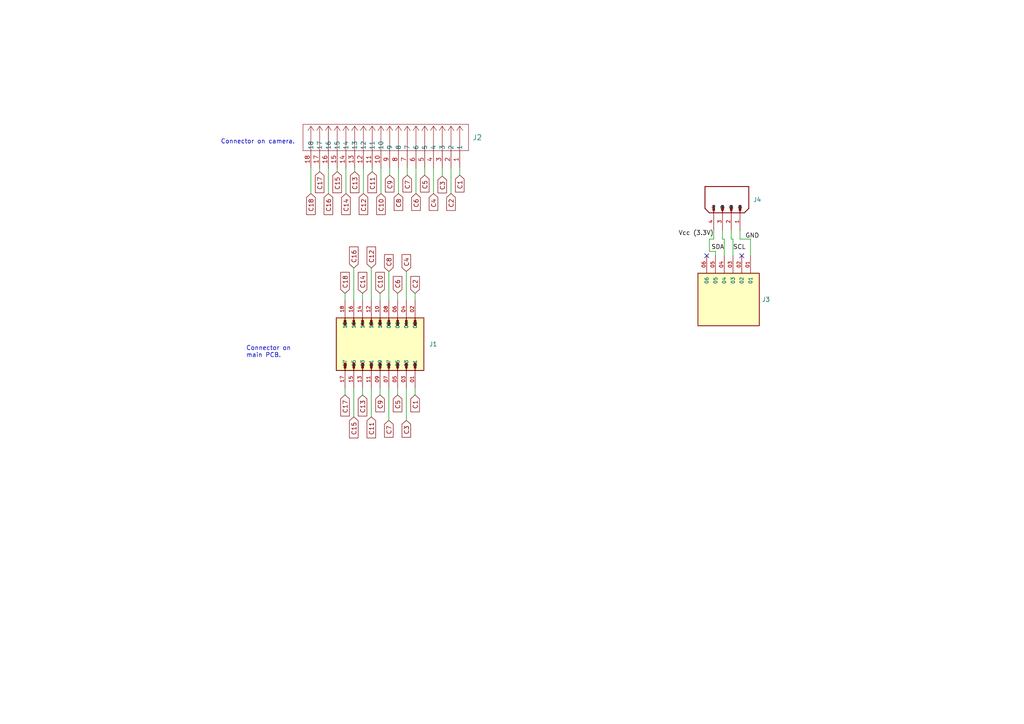
<source format=kicad_sch>
(kicad_sch (version 20211123) (generator eeschema)
  (paper "A4")
  (lib_symbols
    (symbol "myKiCadGlobalSymbolLibrary:10076801-406T18LF" (pin_names (offset 1.016))
      (property "Reference" "J" (at -8.12 12.7 0))
      (property "Value" "10076801-406T18LF" (at -7.62 -15.24 0))
      (symbol "10076801-406T18LF_0_0"
        (rectangle (start -7.62 -12.7) (end 7.62 12.7) (stroke (width 0.254)) (fill (type background)))
        (rectangle (start -6.985 -10.4775) (end -5.3975 -9.8425) (stroke (width 0.1)) (fill (type outline)))
        (rectangle (start -6.985 -7.9375) (end -5.3975 -7.3025) (stroke (width 0.1)) (fill (type outline)))
        (rectangle (start -6.985 -5.3975) (end -5.3975 -4.7625) (stroke (width 0.1)) (fill (type outline)))
        (rectangle (start -6.985 -2.8575) (end -5.3975 -2.2225) (stroke (width 0.1)) (fill (type outline)))
        (rectangle (start -6.985 -0.3175) (end -5.3975 0.3175) (stroke (width 0.1)) (fill (type outline)))
        (rectangle (start -6.985 2.2225) (end -5.3975 2.8575) (stroke (width 0.1)) (fill (type outline)))
        (rectangle (start -6.985 4.7625) (end -5.3975 5.3975) (stroke (width 0.1)) (fill (type outline)))
        (rectangle (start -6.985 7.3025) (end -5.3975 7.9375) (stroke (width 0.1)) (fill (type outline)))
        (rectangle (start -6.985 9.8425) (end -5.3975 10.4775) (stroke (width 0.1)) (fill (type outline)))
        (polyline (pts (xy -7.62 -10.16) (xy -5.715 -10.16)) (stroke (width 0.254)))
        (polyline (pts (xy -7.62 -7.62) (xy -5.715 -7.62)) (stroke (width 0.254)))
        (polyline (pts (xy -7.62 -5.08) (xy -5.715 -5.08)) (stroke (width 0.254)))
        (polyline (pts (xy -7.62 -2.54) (xy -5.715 -2.54)) (stroke (width 0.254)))
        (polyline (pts (xy -7.62 0) (xy -5.715 0)) (stroke (width 0.254)))
        (polyline (pts (xy -7.62 2.54) (xy -5.715 2.54)) (stroke (width 0.254)))
        (polyline (pts (xy -7.62 5.08) (xy -5.715 5.08)) (stroke (width 0.254)))
        (polyline (pts (xy -7.62 7.62) (xy -5.715 7.62)) (stroke (width 0.254)))
        (polyline (pts (xy -7.62 10.16) (xy -5.715 10.16)) (stroke (width 0.254)))
        (polyline (pts (xy 7.62 -10.16) (xy 5.715 -10.16)) (stroke (width 0.254)))
        (polyline (pts (xy 7.62 -7.62) (xy 5.715 -7.62)) (stroke (width 0.254)))
        (polyline (pts (xy 7.62 -5.08) (xy 5.715 -5.08)) (stroke (width 0.254)))
        (polyline (pts (xy 7.62 -2.54) (xy 5.715 -2.54)) (stroke (width 0.254)))
        (polyline (pts (xy 7.62 0) (xy 5.715 0)) (stroke (width 0.254)))
        (polyline (pts (xy 7.62 2.54) (xy 5.715 2.54)) (stroke (width 0.254)))
        (polyline (pts (xy 7.62 5.08) (xy 5.715 5.08)) (stroke (width 0.254)))
        (polyline (pts (xy 7.62 7.62) (xy 5.715 7.62)) (stroke (width 0.254)))
        (polyline (pts (xy 7.62 10.16) (xy 5.715 10.16)) (stroke (width 0.254)))
        (rectangle (start 6.985 -10.4775) (end 5.3975 -9.8425) (stroke (width 0.1)) (fill (type outline)))
        (rectangle (start 6.985 -7.9375) (end 5.3975 -7.3025) (stroke (width 0.1)) (fill (type outline)))
        (rectangle (start 6.985 -5.3975) (end 5.3975 -4.7625) (stroke (width 0.1)) (fill (type outline)))
        (rectangle (start 6.985 -2.8575) (end 5.3975 -2.2225) (stroke (width 0.1)) (fill (type outline)))
        (rectangle (start 6.985 -0.3175) (end 5.3975 0.3175) (stroke (width 0.1)) (fill (type outline)))
        (rectangle (start 6.985 2.2225) (end 5.3975 2.8575) (stroke (width 0.1)) (fill (type outline)))
        (rectangle (start 6.985 4.7625) (end 5.3975 5.3975) (stroke (width 0.1)) (fill (type outline)))
        (rectangle (start 6.985 7.3025) (end 5.3975 7.9375) (stroke (width 0.1)) (fill (type outline)))
        (rectangle (start 6.985 9.8425) (end 5.3975 10.4775) (stroke (width 0.1)) (fill (type outline)))
        (pin passive line (at -12.7 10.16 0) (length 5.08) (name "01") (number "01"))
        (pin passive line (at 12.7 10.16 180) (length 5.08) (name "02") (number "02"))
        (pin passive line (at -12.7 7.62 0) (length 5.08) (name "03") (number "03"))
        (pin passive line (at 12.7 7.62 180) (length 5.08) (name "04") (number "04"))
        (pin passive line (at -12.7 5.08 0) (length 5.08) (name "05") (number "05"))
        (pin passive line (at 12.7 5.08 180) (length 5.08) (name "06") (number "06"))
        (pin passive line (at -12.7 2.54 0) (length 5.08) (name "07") (number "07"))
        (pin passive line (at 12.7 2.54 180) (length 5.08) (name "08") (number "08"))
        (pin passive line (at -12.7 0 0) (length 5.08) (name "09") (number "09"))
        (pin passive line (at 12.7 0 180) (length 5.08) (name "10") (number "10"))
        (pin passive line (at -12.7 -2.54 0) (length 5.08) (name "11") (number "11"))
        (pin passive line (at 12.7 -2.54 180) (length 5.08) (name "12") (number "12"))
        (pin passive line (at -12.7 -5.08 0) (length 5.08) (name "13") (number "13"))
        (pin passive line (at 12.7 -5.08 180) (length 5.08) (name "14") (number "14"))
        (pin passive line (at -12.7 -7.62 0) (length 5.08) (name "15") (number "15"))
        (pin passive line (at 12.7 -7.62 180) (length 5.08) (name "16") (number "16"))
        (pin passive line (at -12.7 -10.16 0) (length 5.08) (name "17") (number "17"))
        (pin passive line (at 12.7 -10.16 180) (length 5.08) (name "18") (number "18"))
      )
    )
    (symbol "myKiCadGlobalSymbolLibrary:525591853" (pin_names (offset 0.254))
      (property "Reference" "J9" (at 14.224 -22.098 0))
      (symbol "525591853_1_1"
        (polyline (pts (xy 5.08 -45.466) (xy 12.7 -45.466)) (stroke (width 0.127)))
        (polyline (pts (xy 5.08 2.54) (xy 5.08 -45.466)) (stroke (width 0.127)))
        (polyline (pts (xy 11.938 -43.18) (xy 5.08 -43.18)) (stroke (width 0.127)))
        (polyline (pts (xy 11.938 -40.64) (xy 5.08 -40.64)) (stroke (width 0.127)))
        (polyline (pts (xy 11.938 -15.24) (xy 5.08 -15.24)) (stroke (width 0.127)))
        (polyline (pts (xy 12.192 -43.18) (xy 10.922 -44.0267)) (stroke (width 0.127)))
        (polyline (pts (xy 12.192 -43.18) (xy 10.922 -42.3333)) (stroke (width 0.127)))
        (polyline (pts (xy 12.192 -40.64) (xy 10.922 -41.4867)) (stroke (width 0.127)))
        (polyline (pts (xy 12.192 -40.64) (xy 10.922 -39.7933)) (stroke (width 0.127)))
        (polyline (pts (xy 12.192 -38.1) (xy 5.08 -38.1)))
        (polyline (pts (xy 12.192 -38.1) (xy 10.922 -38.9467)) (stroke (width 0.127)))
        (polyline (pts (xy 12.192 -38.1) (xy 10.922 -37.2533)) (stroke (width 0.127)))
        (polyline (pts (xy 12.192 -35.56) (xy 5.08 -35.56)) (stroke (width 0.127)))
        (polyline (pts (xy 12.192 -35.56) (xy 10.922 -36.4067)) (stroke (width 0.127)))
        (polyline (pts (xy 12.192 -35.56) (xy 10.922 -34.7133)) (stroke (width 0.127)))
        (polyline (pts (xy 12.192 -33.02) (xy 5.08 -33.02)) (stroke (width 0.127)))
        (polyline (pts (xy 12.192 -33.02) (xy 10.922 -33.8667)) (stroke (width 0.127)))
        (polyline (pts (xy 12.192 -33.02) (xy 10.922 -32.1733)) (stroke (width 0.127)))
        (polyline (pts (xy 12.192 -30.48) (xy 5.08 -30.48)) (stroke (width 0.127)))
        (polyline (pts (xy 12.192 -30.48) (xy 10.922 -31.3267)) (stroke (width 0.127)))
        (polyline (pts (xy 12.192 -30.48) (xy 10.922 -29.6333)) (stroke (width 0.127)))
        (polyline (pts (xy 12.192 -27.94) (xy 5.08 -27.94)) (stroke (width 0.127)))
        (polyline (pts (xy 12.192 -27.94) (xy 10.922 -28.7867)) (stroke (width 0.127)))
        (polyline (pts (xy 12.192 -27.94) (xy 10.922 -27.0933)) (stroke (width 0.127)))
        (polyline (pts (xy 12.192 -25.4) (xy 5.08 -25.4)) (stroke (width 0.127)))
        (polyline (pts (xy 12.192 -25.4) (xy 10.922 -26.2467)) (stroke (width 0.127)))
        (polyline (pts (xy 12.192 -25.4) (xy 10.922 -24.5533)) (stroke (width 0.127)))
        (polyline (pts (xy 12.192 -22.86) (xy 5.08 -22.86)) (stroke (width 0.127)))
        (polyline (pts (xy 12.192 -22.86) (xy 10.922 -23.7067)) (stroke (width 0.127)))
        (polyline (pts (xy 12.192 -22.86) (xy 10.922 -22.0133)) (stroke (width 0.127)))
        (polyline (pts (xy 12.192 -20.32) (xy 5.08 -20.32)) (stroke (width 0.127)))
        (polyline (pts (xy 12.192 -20.32) (xy 10.922 -21.1667)) (stroke (width 0.127)))
        (polyline (pts (xy 12.192 -20.32) (xy 10.922 -19.4733)) (stroke (width 0.127)))
        (polyline (pts (xy 12.192 -17.78) (xy 5.08 -17.78)) (stroke (width 0.127)))
        (polyline (pts (xy 12.192 -17.78) (xy 10.922 -18.6267)) (stroke (width 0.127)))
        (polyline (pts (xy 12.192 -17.78) (xy 10.922 -16.9333)) (stroke (width 0.127)))
        (polyline (pts (xy 12.192 -15.24) (xy 10.922 -16.0867)) (stroke (width 0.127)))
        (polyline (pts (xy 12.192 -15.24) (xy 10.922 -14.3933)) (stroke (width 0.127)))
        (polyline (pts (xy 12.192 -12.7) (xy 5.08 -12.7)) (stroke (width 0.127)))
        (polyline (pts (xy 12.192 -12.7) (xy 10.922 -13.5467)) (stroke (width 0.127)))
        (polyline (pts (xy 12.192 -12.7) (xy 10.922 -11.8533)) (stroke (width 0.127)))
        (polyline (pts (xy 12.192 -10.16) (xy 5.08 -10.16)) (stroke (width 0.127)))
        (polyline (pts (xy 12.192 -10.16) (xy 10.922 -11.0067)) (stroke (width 0.127)))
        (polyline (pts (xy 12.192 -10.16) (xy 10.922 -9.3133)) (stroke (width 0.127)))
        (polyline (pts (xy 12.192 -7.62) (xy 5.08 -7.62)) (stroke (width 0.127)))
        (polyline (pts (xy 12.192 -7.62) (xy 10.922 -8.4667)) (stroke (width 0.127)))
        (polyline (pts (xy 12.192 -7.62) (xy 10.922 -6.7733)) (stroke (width 0.127)))
        (polyline (pts (xy 12.192 -5.08) (xy 5.08 -5.08)) (stroke (width 0.127)))
        (polyline (pts (xy 12.192 -5.08) (xy 10.922 -5.9267)) (stroke (width 0.127)))
        (polyline (pts (xy 12.192 -5.08) (xy 10.922 -4.2333)) (stroke (width 0.127)))
        (polyline (pts (xy 12.192 -2.54) (xy 5.08 -2.54)) (stroke (width 0.127)))
        (polyline (pts (xy 12.192 -2.54) (xy 10.922 -3.3867)) (stroke (width 0.127)))
        (polyline (pts (xy 12.192 -2.54) (xy 10.922 -1.6933)) (stroke (width 0.127)))
        (polyline (pts (xy 12.192 0) (xy 5.08 0)) (stroke (width 0.127)))
        (polyline (pts (xy 12.192 0) (xy 10.922 -0.8467)) (stroke (width 0.127)))
        (polyline (pts (xy 12.192 0) (xy 10.922 0.8467)) (stroke (width 0.127)))
        (polyline (pts (xy 12.7 -45.466) (xy 12.7 2.54)) (stroke (width 0.127)))
        (polyline (pts (xy 12.7 2.54) (xy 5.08 2.54)) (stroke (width 0.127)))
        (pin unspecified line (at 0 0 0) (length 5.08) (name "1") (number "1"))
        (pin unspecified line (at 0 -22.86 0) (length 5.08) (name "10") (number "10"))
        (pin unspecified line (at 0 -25.4 0) (length 5.08) (name "11") (number "11"))
        (pin unspecified line (at 0 -27.94 0) (length 5.08) (name "12") (number "12"))
        (pin unspecified line (at 0 -30.48 0) (length 5.08) (name "13") (number "13"))
        (pin unspecified line (at 0 -33.02 0) (length 5.08) (name "14") (number "14"))
        (pin unspecified line (at 0 -35.56 0) (length 5.08) (name "15") (number "15"))
        (pin unspecified line (at 0 -38.1 0) (length 5.08) (name "16") (number "16"))
        (pin unspecified line (at 0 -40.64 0) (length 5.08) (name "17") (number "17"))
        (pin unspecified line (at 0 -43.18 0) (length 5.08) (name "18") (number "18"))
        (pin unspecified line (at 0 -2.54 0) (length 5.08) (name "2") (number "2"))
        (pin unspecified line (at 0 -5.08 0) (length 5.08) (name "3") (number "3"))
        (pin unspecified line (at 0 -7.62 0) (length 5.08) (name "4") (number "4"))
        (pin unspecified line (at 0 -10.16 0) (length 5.08) (name "5") (number "5"))
        (pin unspecified line (at 0 -12.7 0) (length 5.08) (name "6") (number "6"))
        (pin unspecified line (at 0 -15.24 0) (length 5.08) (name "7") (number "7"))
        (pin unspecified line (at 0 -17.78 0) (length 5.08) (name "8") (number "8"))
        (pin unspecified line (at 0 -20.32 0) (length 5.08) (name "9") (number "9"))
      )
      (symbol "525591853_1_2"
        (polyline (pts (xy 5.08 -40.64) (xy 12.7 -40.64)) (stroke (width 0.127)))
        (polyline (pts (xy 5.08 2.54) (xy 5.08 -40.64)) (stroke (width 0.127)))
        (polyline (pts (xy 7.62 -38.1) (xy 5.08 -38.1)) (stroke (width 0.127)))
        (polyline (pts (xy 7.62 -38.1) (xy 8.89 -38.9467)) (stroke (width 0.127)))
        (polyline (pts (xy 7.62 -38.1) (xy 8.89 -37.2533)) (stroke (width 0.127)))
        (polyline (pts (xy 7.62 -35.56) (xy 5.08 -35.56)) (stroke (width 0.127)))
        (polyline (pts (xy 7.62 -35.56) (xy 8.89 -36.4067)) (stroke (width 0.127)))
        (polyline (pts (xy 7.62 -35.56) (xy 8.89 -34.7133)) (stroke (width 0.127)))
        (polyline (pts (xy 7.62 -33.02) (xy 5.08 -33.02)) (stroke (width 0.127)))
        (polyline (pts (xy 7.62 -33.02) (xy 8.89 -33.8667)) (stroke (width 0.127)))
        (polyline (pts (xy 7.62 -33.02) (xy 8.89 -32.1733)) (stroke (width 0.127)))
        (polyline (pts (xy 7.62 -30.48) (xy 5.08 -30.48)) (stroke (width 0.127)))
        (polyline (pts (xy 7.62 -30.48) (xy 8.89 -31.3267)) (stroke (width 0.127)))
        (polyline (pts (xy 7.62 -30.48) (xy 8.89 -29.6333)) (stroke (width 0.127)))
        (polyline (pts (xy 7.62 -27.94) (xy 5.08 -27.94)) (stroke (width 0.127)))
        (polyline (pts (xy 7.62 -27.94) (xy 8.89 -28.7867)) (stroke (width 0.127)))
        (polyline (pts (xy 7.62 -27.94) (xy 8.89 -27.0933)) (stroke (width 0.127)))
        (polyline (pts (xy 7.62 -25.4) (xy 5.08 -25.4)) (stroke (width 0.127)))
        (polyline (pts (xy 7.62 -25.4) (xy 8.89 -26.2467)) (stroke (width 0.127)))
        (polyline (pts (xy 7.62 -25.4) (xy 8.89 -24.5533)) (stroke (width 0.127)))
        (polyline (pts (xy 7.62 -22.86) (xy 5.08 -22.86)) (stroke (width 0.127)))
        (polyline (pts (xy 7.62 -22.86) (xy 8.89 -23.7067)) (stroke (width 0.127)))
        (polyline (pts (xy 7.62 -22.86) (xy 8.89 -22.0133)) (stroke (width 0.127)))
        (polyline (pts (xy 7.62 -20.32) (xy 5.08 -20.32)) (stroke (width 0.127)))
        (polyline (pts (xy 7.62 -20.32) (xy 8.89 -21.1667)) (stroke (width 0.127)))
        (polyline (pts (xy 7.62 -20.32) (xy 8.89 -19.4733)) (stroke (width 0.127)))
        (polyline (pts (xy 7.62 -17.78) (xy 5.08 -17.78)) (stroke (width 0.127)))
        (polyline (pts (xy 7.62 -17.78) (xy 8.89 -18.6267)) (stroke (width 0.127)))
        (polyline (pts (xy 7.62 -17.78) (xy 8.89 -16.9333)) (stroke (width 0.127)))
        (polyline (pts (xy 7.62 -15.24) (xy 5.08 -15.24)) (stroke (width 0.127)))
        (polyline (pts (xy 7.62 -15.24) (xy 8.89 -16.0867)) (stroke (width 0.127)))
        (polyline (pts (xy 7.62 -15.24) (xy 8.89 -14.3933)) (stroke (width 0.127)))
        (polyline (pts (xy 7.62 -12.7) (xy 5.08 -12.7)) (stroke (width 0.127)))
        (polyline (pts (xy 7.62 -12.7) (xy 8.89 -13.5467)) (stroke (width 0.127)))
        (polyline (pts (xy 7.62 -12.7) (xy 8.89 -11.8533)) (stroke (width 0.127)))
        (polyline (pts (xy 7.62 -10.16) (xy 5.08 -10.16)) (stroke (width 0.127)))
        (polyline (pts (xy 7.62 -10.16) (xy 8.89 -11.0067)) (stroke (width 0.127)))
        (polyline (pts (xy 7.62 -10.16) (xy 8.89 -9.3133)) (stroke (width 0.127)))
        (polyline (pts (xy 7.62 -7.62) (xy 5.08 -7.62)) (stroke (width 0.127)))
        (polyline (pts (xy 7.62 -7.62) (xy 8.89 -8.4667)) (stroke (width 0.127)))
        (polyline (pts (xy 7.62 -7.62) (xy 8.89 -6.7733)) (stroke (width 0.127)))
        (polyline (pts (xy 7.62 -5.08) (xy 5.08 -5.08)) (stroke (width 0.127)))
        (polyline (pts (xy 7.62 -5.08) (xy 8.89 -5.9267)) (stroke (width 0.127)))
        (polyline (pts (xy 7.62 -5.08) (xy 8.89 -4.2333)) (stroke (width 0.127)))
        (polyline (pts (xy 7.62 -2.54) (xy 5.08 -2.54)) (stroke (width 0.127)))
        (polyline (pts (xy 7.62 -2.54) (xy 8.89 -3.3867)) (stroke (width 0.127)))
        (polyline (pts (xy 7.62 -2.54) (xy 8.89 -1.6933)) (stroke (width 0.127)))
        (polyline (pts (xy 7.62 0) (xy 5.08 0)) (stroke (width 0.127)))
        (polyline (pts (xy 7.62 0) (xy 8.89 -0.8467)) (stroke (width 0.127)))
        (polyline (pts (xy 7.62 0) (xy 8.89 0.8467)) (stroke (width 0.127)))
        (polyline (pts (xy 12.7 -40.64) (xy 12.7 2.54)) (stroke (width 0.127)))
        (polyline (pts (xy 12.7 2.54) (xy 5.08 2.54)) (stroke (width 0.127)))
        (pin unspecified line (at 0 0 0) (length 5.08) (name "1") (number "1"))
        (pin unspecified line (at 0 -22.86 0) (length 5.08) (name "10") (number "10"))
        (pin unspecified line (at 0 -25.4 0) (length 5.08) (name "11") (number "11"))
        (pin unspecified line (at 0 -27.94 0) (length 5.08) (name "12") (number "12"))
        (pin unspecified line (at 0 -30.48 0) (length 5.08) (name "13") (number "13"))
        (pin unspecified line (at 0 -33.02 0) (length 5.08) (name "14") (number "14"))
        (pin unspecified line (at 0 -35.56 0) (length 5.08) (name "15") (number "15"))
        (pin unspecified line (at 0 -38.1 0) (length 5.08) (name "16") (number "16"))
        (pin unspecified line (at 0 -2.54 0) (length 5.08) (name "2") (number "2"))
        (pin unspecified line (at 0 -5.08 0) (length 5.08) (name "3") (number "3"))
        (pin unspecified line (at 0 -7.62 0) (length 5.08) (name "4") (number "4"))
        (pin unspecified line (at 0 -10.16 0) (length 5.08) (name "5") (number "5"))
        (pin unspecified line (at 0 -12.7 0) (length 5.08) (name "6") (number "6"))
        (pin unspecified line (at 0 -15.24 0) (length 5.08) (name "7") (number "7"))
        (pin unspecified line (at 0 -17.78 0) (length 5.08) (name "8") (number "8"))
        (pin unspecified line (at 0 -20.32 0) (length 5.08) (name "9") (number "9"))
      )
    )
    (symbol "myKiCadGlobalSymbolLibrary:533750410" (pin_names (offset 1.016))
      (property "Reference" "J" (at 0 6.35 0))
      (property "Value" "533750410" (at 0 -10.16 0))
      (property "Footprint" "myKiCadGlobalFootprintLibrary:533750410" (at 1.524 -27.432 0))
      (symbol "533750410_0_0"
        (polyline (pts (xy 0 -6.35) (xy 1.27 -7.62)) (stroke (width 0.254)))
        (polyline (pts (xy 0 -5.08) (xy 1.905 -5.08)) (stroke (width 0.254)))
        (polyline (pts (xy 0 -2.54) (xy 1.905 -2.54)) (stroke (width 0.254)))
        (polyline (pts (xy 0 0) (xy 1.905 0)) (stroke (width 0.254)))
        (polyline (pts (xy 0 2.54) (xy 0 -6.35)) (stroke (width 0.254)))
        (polyline (pts (xy 0 2.54) (xy 1.905 2.54)) (stroke (width 0.254)))
        (polyline (pts (xy 0 3.81) (xy 0 2.54)) (stroke (width 0.254)))
        (polyline (pts (xy 0 3.81) (xy 1.27 5.08)) (stroke (width 0.254)))
        (polyline (pts (xy 1.27 -7.62) (xy 7.62 -7.62)) (stroke (width 0.254)))
        (polyline (pts (xy 7.62 -7.62) (xy 7.62 5.08)) (stroke (width 0.254)))
        (polyline (pts (xy 7.62 5.08) (xy 1.27 5.08)) (stroke (width 0.254)))
        (rectangle (start 0.635 -5.3975) (end 2.2225 -4.7625) (stroke (width 0.1)) (fill (type outline)))
        (rectangle (start 0.635 -2.8575) (end 2.2225 -2.2225) (stroke (width 0.1)) (fill (type outline)))
        (rectangle (start 0.635 -0.3175) (end 2.2225 0.3175) (stroke (width 0.1)) (fill (type outline)))
        (rectangle (start 0.635 2.2225) (end 2.2225 2.8575) (stroke (width 0.1)) (fill (type outline)))
        (pin passive line (at -5.08 2.54 0) (length 5.08) (name "1") (number "1"))
        (pin passive line (at -5.08 0 0) (length 5.08) (name "2") (number "2"))
        (pin passive line (at -5.08 -2.54 0) (length 5.08) (name "3") (number "3"))
        (pin passive line (at -5.08 -5.08 0) (length 5.08) (name "4") (number "4"))
      )
    )
    (symbol "myKiCadGlobalSymbolLibrary:MTSW-106-12-L-S-790" (pin_names (offset 1.016))
      (property "Reference" "J" (at -8.12 10.16 0))
      (property "Value" "MTSW-106-12-L-S-790" (at -7.62 -10.16 0))
      (symbol "MTSW-106-12-L-S-790_0_0"
        (rectangle (start -7.62 -7.62) (end 7.62 10.16) (stroke (width 0.254)) (fill (type background)))
        (pin passive line (at -12.7 7.62 0) (length 5.08) (name "01") (number "01"))
        (pin passive line (at -12.7 5.08 0) (length 5.08) (name "02") (number "02"))
        (pin passive line (at -12.7 2.54 0) (length 5.08) (name "03") (number "03"))
        (pin passive line (at -12.7 0 0) (length 5.08) (name "04") (number "04"))
        (pin passive line (at -12.7 -2.54 0) (length 5.08) (name "05") (number "05"))
        (pin passive line (at -12.7 -5.08 0) (length 5.08) (name "06") (number "06"))
      )
    )
  )
  (no_connect (at 215.138 74.168))
  (no_connect (at 204.978 74.168))
  (wire (pts (xy 117.856 87.122) (xy 117.856 78.74)))
  (wire (pts (xy 97.79 48.768) (xy 97.79 49.784)))
  (wire (pts (xy 205.74 72.898) (xy 205.74 69.342)))
  (wire (pts (xy 105.41 48.768) (xy 105.41 56.134)))
  (wire (pts (xy 128.27 48.768) (xy 128.27 51.054)))
  (wire (pts (xy 120.65 48.768) (xy 120.65 56.134)))
  (wire (pts (xy 123.19 48.768) (xy 123.19 50.8)))
  (wire (pts (xy 214.63 69.342) (xy 217.678 69.342)))
  (wire (pts (xy 100.076 112.522) (xy 100.076 114.554)))
  (wire (pts (xy 117.856 112.522) (xy 117.856 121.92)))
  (wire (pts (xy 115.57 48.768) (xy 115.57 56.134)))
  (wire (pts (xy 207.518 72.898) (xy 205.74 72.898)))
  (wire (pts (xy 212.598 69.342) (xy 212.598 74.168)))
  (wire (pts (xy 217.678 69.342) (xy 217.678 74.168)))
  (wire (pts (xy 207.518 74.168) (xy 207.518 72.898)))
  (wire (pts (xy 107.95 48.768) (xy 107.95 49.784)))
  (wire (pts (xy 113.03 48.768) (xy 113.03 50.8)))
  (wire (pts (xy 207.01 69.342) (xy 207.01 66.802)))
  (wire (pts (xy 90.17 48.768) (xy 90.17 56.134)))
  (wire (pts (xy 102.616 112.522) (xy 102.616 120.904)))
  (wire (pts (xy 112.776 112.522) (xy 112.776 121.92)))
  (wire (pts (xy 120.396 112.522) (xy 120.396 114.554)))
  (wire (pts (xy 115.316 112.522) (xy 115.316 114.554)))
  (wire (pts (xy 107.696 112.522) (xy 107.696 120.904)))
  (wire (pts (xy 92.71 48.768) (xy 92.71 49.784)))
  (wire (pts (xy 110.49 48.768) (xy 110.49 56.134)))
  (wire (pts (xy 212.09 66.802) (xy 212.09 69.342)))
  (wire (pts (xy 95.25 48.768) (xy 95.25 56.134)))
  (wire (pts (xy 118.11 48.768) (xy 118.11 50.8)))
  (wire (pts (xy 120.396 87.122) (xy 120.396 85.09)))
  (wire (pts (xy 209.55 69.342) (xy 210.058 69.342)))
  (wire (pts (xy 214.63 66.802) (xy 214.63 69.342)))
  (wire (pts (xy 102.616 87.122) (xy 102.616 77.724)))
  (wire (pts (xy 100.076 87.122) (xy 100.076 85.09)))
  (wire (pts (xy 102.87 48.768) (xy 102.87 49.784)))
  (wire (pts (xy 130.81 48.768) (xy 130.81 56.134)))
  (wire (pts (xy 205.74 69.342) (xy 207.01 69.342)))
  (wire (pts (xy 110.236 87.122) (xy 110.236 85.09)))
  (wire (pts (xy 125.73 48.768) (xy 125.73 56.134)))
  (wire (pts (xy 105.156 112.522) (xy 105.156 114.554)))
  (wire (pts (xy 112.776 87.122) (xy 112.776 78.74)))
  (wire (pts (xy 110.236 112.522) (xy 110.236 114.554)))
  (wire (pts (xy 133.35 48.768) (xy 133.35 50.8)))
  (wire (pts (xy 212.09 69.342) (xy 212.598 69.342)))
  (wire (pts (xy 115.316 87.122) (xy 115.316 85.09)))
  (wire (pts (xy 210.058 69.342) (xy 210.058 74.168)))
  (wire (pts (xy 107.696 87.122) (xy 107.696 77.724)))
  (wire (pts (xy 105.156 87.122) (xy 105.156 85.09)))
  (wire (pts (xy 100.33 48.768) (xy 100.33 56.134)))
  (wire (pts (xy 209.55 66.802) (xy 209.55 69.342)))
  (text "Connector on \nmain PCB." (at 71.374 103.886 0) (effects (font (size 1.27 1.27)) (justify left bottom)))
  (text "Connector on camera." (at 64.008 41.91 0) (effects (font (size 1.27 1.27)) (justify left bottom)))
  (label "GND" (at 216.154 69.342 0))
  (label "Vcc (3.3V)" (at 207.01 68.58 180))
  (label "SDA" (at 210.058 72.644 180))
  (label "SCL" (at 212.598 72.644 0))
  (global_label "C14" (shape input) (at 105.156 85.09 90) (property "Intersheet References" "${INTERSHEET_REFS}" (effects hide)))
  (global_label "C16" (shape input) (at 95.25 56.134 270) (property "Intersheet References" "${INTERSHEET_REFS}" (effects hide)))
  (global_label "C3" (shape input) (at 117.856 121.92 270) (property "Intersheet References" "${INTERSHEET_REFS}" (effects hide)))
  (global_label "C4" (shape input) (at 117.856 78.74 90) (property "Intersheet References" "${INTERSHEET_REFS}" (effects hide)))
  (global_label "C8" (shape input) (at 115.57 56.134 270) (property "Intersheet References" "${INTERSHEET_REFS}" (effects hide)))
  (global_label "C2" (shape input) (at 130.81 56.134 270) (property "Intersheet References" "${INTERSHEET_REFS}" (effects hide)))
  (global_label "C18" (shape input) (at 100.076 85.09 90) (property "Intersheet References" "${INTERSHEET_REFS}" (effects hide)))
  (global_label "C1" (shape input) (at 133.35 50.8 270) (property "Intersheet References" "${INTERSHEET_REFS}" (effects hide)))
  (global_label "C6" (shape input) (at 120.65 56.134 270) (property "Intersheet References" "${INTERSHEET_REFS}" (effects hide)))
  (global_label "C13" (shape input) (at 105.156 114.554 270) (property "Intersheet References" "${INTERSHEET_REFS}" (effects hide)))
  (global_label "C5" (shape input) (at 115.316 114.554 270) (property "Intersheet References" "${INTERSHEET_REFS}" (effects hide)))
  (global_label "C13" (shape input) (at 102.87 49.784 270) (property "Intersheet References" "${INTERSHEET_REFS}" (effects hide)))
  (global_label "C12" (shape input) (at 105.41 56.134 270) (property "Intersheet References" "${INTERSHEET_REFS}" (effects hide)))
  (global_label "C14" (shape input) (at 100.33 56.134 270) (property "Intersheet References" "${INTERSHEET_REFS}" (effects hide)))
  (global_label "C11" (shape input) (at 107.696 120.904 270) (property "Intersheet References" "${INTERSHEET_REFS}" (effects hide)))
  (global_label "C17" (shape input) (at 92.71 49.784 270) (property "Intersheet References" "${INTERSHEET_REFS}" (effects hide)))
  (global_label "C7" (shape input) (at 112.776 121.92 270) (property "Intersheet References" "${INTERSHEET_REFS}" (effects hide)))
  (global_label "C17" (shape input) (at 100.076 114.554 270) (property "Intersheet References" "${INTERSHEET_REFS}" (effects hide)))
  (global_label "C9" (shape input) (at 113.03 50.8 270) (property "Intersheet References" "${INTERSHEET_REFS}" (effects hide)))
  (global_label "C10" (shape input) (at 110.49 56.134 270) (property "Intersheet References" "${INTERSHEET_REFS}" (effects hide)))
  (global_label "C9" (shape input) (at 110.236 114.554 270) (property "Intersheet References" "${INTERSHEET_REFS}" (effects hide)))
  (global_label "C15" (shape input) (at 102.616 120.904 270) (property "Intersheet References" "${INTERSHEET_REFS}" (effects hide)))
  (global_label "C15" (shape input) (at 97.79 49.784 270) (property "Intersheet References" "${INTERSHEET_REFS}" (effects hide)))
  (global_label "C5" (shape input) (at 123.19 50.8 270) (property "Intersheet References" "${INTERSHEET_REFS}" (effects hide)))
  (global_label "C2" (shape input) (at 120.396 85.09 90) (property "Intersheet References" "${INTERSHEET_REFS}" (effects hide)))
  (global_label "C6" (shape input) (at 115.316 85.09 90) (property "Intersheet References" "${INTERSHEET_REFS}" (effects hide)))
  (global_label "C12" (shape input) (at 107.696 77.724 90) (property "Intersheet References" "${INTERSHEET_REFS}" (effects hide)))
  (global_label "C8" (shape input) (at 112.776 78.74 90) (property "Intersheet References" "${INTERSHEET_REFS}" (effects hide)))
  (global_label "C10" (shape input) (at 110.236 85.09 90) (property "Intersheet References" "${INTERSHEET_REFS}" (effects hide)))
  (global_label "C11" (shape input) (at 107.95 49.784 270) (property "Intersheet References" "${INTERSHEET_REFS}" (effects hide)))
  (global_label "C18" (shape input) (at 90.17 56.134 270) (property "Intersheet References" "${INTERSHEET_REFS}" (effects hide)))
  (global_label "C4" (shape input) (at 125.73 56.134 270) (property "Intersheet References" "${INTERSHEET_REFS}" (effects hide)))
  (global_label "C7" (shape input) (at 118.11 50.8 270) (property "Intersheet References" "${INTERSHEET_REFS}" (effects hide)))
  (global_label "C16" (shape input) (at 102.616 77.724 90) (property "Intersheet References" "${INTERSHEET_REFS}" (effects hide)))
  (global_label "C1" (shape input) (at 120.396 114.554 270) (property "Intersheet References" "${INTERSHEET_REFS}" (effects hide)))
  (global_label "C3" (shape input) (at 128.27 51.054 270) (property "Intersheet References" "${INTERSHEET_REFS}" (effects hide)))
  (symbol (lib_id "myKiCadGlobalSymbolLibrary:10076801-406T18LF") (at 110.236 99.822 270) (mirror x) (unit 1)
    (property "Reference" "J1" (at 124.46 99.8219 90) (effects (justify left)))
    (property "Value" "10076801-406T18LF_9_by_2_header" (effects hide))
    (property "Footprint" "myKiCadGlobalFootprintLibrary:AMPHENOL_10076801-406T18LF" (effects hide))
    (property "PARTREV" "E" (effects hide))
    (property "MANUFACTURER" "Amphenol ICC (FCI)" (effects hide))
    (property "STANDARD" "Manufacturer Recommendations" (effects hide))
  )
  (symbol (lib_id "myKiCadGlobalSymbolLibrary:MTSW-106-12-L-S-790") (at 210.058 86.868 270) (unit 1)
    (property "Reference" "J3" (at 220.98 86.8679 90) (effects (justify left)))
    (property "Value" "MTSW-106-12-L-S-790_6_by_1_header" (effects hide))
    (property "Footprint" "SAMTEC_MTSW-106-12-L-S-790" (effects hide))
    (property "PARTREV" "R" (effects hide))
    (property "MANUFACTURER" "Samtec" (effects hide))
    (property "STANDARD" "Manufacturer Recommendations" (effects hide))
  )
  (symbol (lib_id "myKiCadGlobalSymbolLibrary:533750410") (at 212.09 61.722 270) (mirror x) (unit 1)
    (property "Reference" "J4" (at 218.44 57.9119 90) (effects (justify left)))
    (property "Value" "533750410" (effects hide))
    (property "Footprint" "myKiCadGlobalFootprintLibrary:533750410" (effects hide))
    (property "PARTREV" "C" (effects hide))
    (property "STANDARD" "Manufacturer Recommendations" (effects hide))
    (property "MAXIMUM_PACKAGE_HEIGHT" "11.75 mm" (effects hide))
    (property "MANUFACTURER" "Molex" (effects hide))
  )
  (symbol (lib_id "myKiCadGlobalSymbolLibrary:525591853") (at 133.35 48.768 270) (mirror x) (unit 1)
    (property "Reference" "J2" (at 138.43 39.878 90) (effects (font (size 1.524 1.524))))
    (property "Value" "0525591853" (effects hide))
    (property "Footprint" "myKiCadGlobalFootprintLibrary:525591853" (effects hide))
    (property "Datasheet" "559171630" (effects hide))
  )
)
</source>
